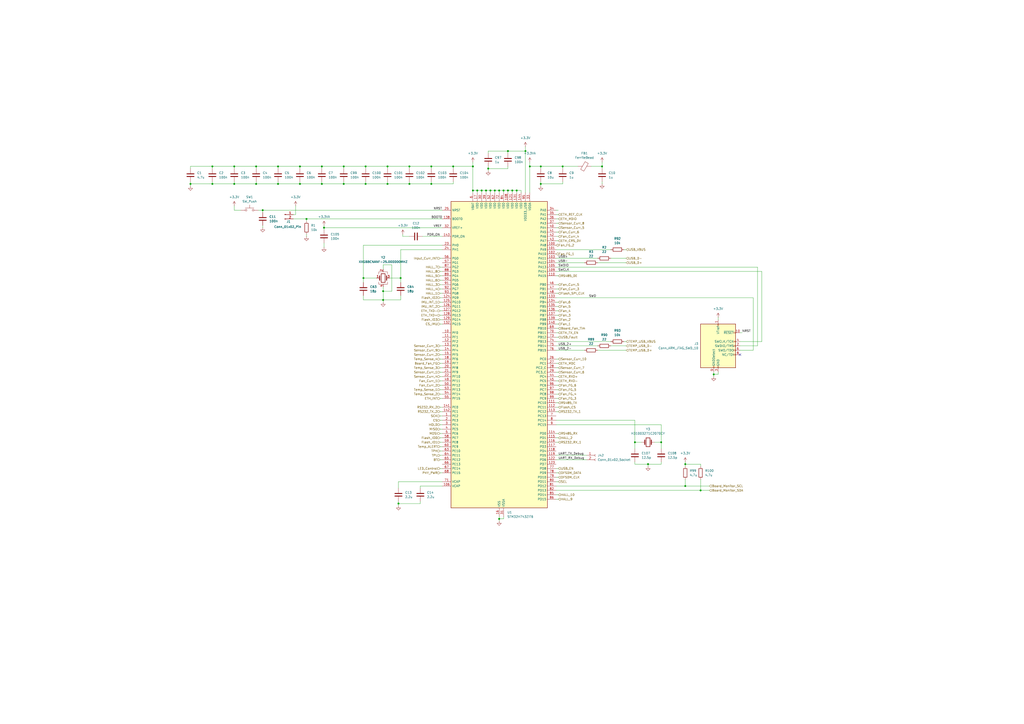
<source format=kicad_sch>
(kicad_sch (version 20250114) (generator "eeschema") (generator_version "9.0")
  (paper "A2")
  (lib_symbols
    (symbol "Connector:Conn_01x02_Pin" (pin_names (offset 1.016) (hide yes))
      (property "Reference" "J" (at 0 2.54 0))
      (property "Value" "Conn_01x02_Pin" (at 0 -5.08 0))
      (symbol "Conn_01x02_Pin_1_1"
        (pin passive line (at 5.08 0 180) (length 3.81) (name "Pin_1") (number "1"))
        (pin passive line (at 5.08 -2.54 180) (length 3.81) (name "Pin_2") (number "2"))
      )
    )
    (symbol "Connector:Conn_01x02_Socket" (pin_names (offset 1.016) (hide yes))
      (property "Reference" "J" (at 0 2.54 0))
      (property "Value" "Conn_01x02_Socket" (at 0 -5.08 0))
      (symbol "Conn_01x02_Socket_1_1"
        (pin passive line (at -5.08 0 0) (length 3.81) (name "Pin_1") (number "1"))
        (pin passive line (at -5.08 -2.54 0) (length 3.81) (name "Pin_2") (number "2"))
      )
    )
    (symbol "Connector:Conn_ARM_JTAG_SWD_10" (pin_names (offset 1.016))
      (property "Reference" "J" (at -2.54 16.51 0))
      (property "Value" "Conn_ARM_JTAG_SWD_10" (at -2.54 13.97 0))
      (symbol "Conn_ARM_JTAG_SWD_10_1_1"
        (pin no_connect line (at -10.16 0 0) (length 2.54) (hide yes) (name "KEY") (number "7"))
        (pin passive line (at -2.54 -15.24 90) (length 2.54) (name "GNDDetect") (number "9"))
        (pin power_in line (at 0 15.24 270) (length 2.54) (name "VTref") (number "1"))
        (pin power_in line (at 0 -15.24 90) (length 2.54) (name "GND") (number "3"))
        (pin passive line (at 0 -15.24 90) (length 2.54) (hide yes) (name "GND") (number "5"))
        (pin open_collector line (at 12.7 7.62 180) (length 2.54) (name "~{RESET}") (number "10"))
        (pin output line (at 12.7 2.54 180) (length 2.54) (name "SWCLK/TCK") (number "4"))
        (pin bidirectional line (at 12.7 0 180) (length 2.54) (name "SWDIO/TMS") (number "2"))
        (pin input line (at 12.7 -2.54 180) (length 2.54) (name "SWO/TDO") (number "6"))
        (pin output line (at 12.7 -5.08 180) (length 2.54) (name "NC/TDI") (number "8"))
      )
    )
    (symbol "Device:C" (pin_numbers (hide yes)) (pin_names (offset 0.254))
      (property "Reference" "C" (at 0.635 2.54 0))
      (property "Value" "C" (at 0.635 -2.54 0))
      (symbol "C_1_1"
        (pin passive line (at 0 3.81 270) (length 2.794) (name "~") (number "1"))
        (pin passive line (at 0 -3.81 90) (length 2.794) (name "~") (number "2"))
      )
    )
    (symbol "Device:Crystal" (pin_numbers (hide yes)) (pin_names (offset 1.016) (hide yes))
      (property "Reference" "Y" (at 0 3.81 0))
      (property "Value" "Crystal" (at 0 -3.81 0))
      (symbol "Crystal_1_1"
        (pin passive line (at -3.81 0 0) (length 1.27) (name "1") (number "1"))
        (pin passive line (at 3.81 0 180) (length 1.27) (name "2") (number "2"))
      )
    )
    (symbol "Device:Crystal_GND24" (pin_names (offset 1.016) (hide yes))
      (property "Reference" "Y" (at 3.175 5.08 0))
      (property "Value" "Crystal_GND24" (at 3.175 3.175 0))
      (symbol "Crystal_GND24_1_1"
        (pin passive line (at -3.81 0 0) (length 1.27) (name "1") (number "1"))
        (pin passive line (at 0 5.08 270) (length 1.27) (name "2") (number "2"))
        (pin passive line (at 0 -5.08 90) (length 1.27) (name "4") (number "4"))
        (pin passive line (at 3.81 0 180) (length 1.27) (name "3") (number "3"))
      )
    )
    (symbol "Device:FerriteBead" (pin_numbers (hide yes)) (pin_names (offset 0))
      (property "Reference" "FB" (at -3.81 0.635 90))
      (property "Value" "FerriteBead" (at 3.81 0 90))
      (symbol "FerriteBead_1_1"
        (pin passive line (at 0 3.81 270) (length 2.54) (name "~") (number "1"))
        (pin passive line (at 0 -3.81 90) (length 2.54) (name "~") (number "2"))
      )
    )
    (symbol "Device:R" (pin_numbers (hide yes)) (pin_names (offset 0))
      (property "Reference" "R" (at 2.032 0 90))
      (property "Value" "R" (at 0 0 90))
      (symbol "R_1_1"
        (pin passive line (at 0 3.81 270) (length 1.27) (name "~") (number "1"))
        (pin passive line (at 0 -3.81 90) (length 1.27) (name "~") (number "2"))
      )
    )
    (symbol "MCU_ST_STM32H7:STM32H743ZITx"
      (property "Reference" "U" (at -27.94 90.17 0))
      (property "Value" "STM32H743ZITx" (at 20.32 90.17 0))
      (symbol "STM32H743ZITx_1_1"
        (pin input line (at -33.02 83.82 0) (length 5.08) (name "NRST") (number "25"))
        (pin input line (at -33.02 78.74 0) (length 5.08) (name "BOOT0") (number "138"))
        (pin input line (at -33.02 73.66 0) (length 5.08) (name "VREF+") (number "32"))
        (pin input line (at -33.02 68.58 0) (length 5.08) (name "PDR_ON") (number "143"))
        (pin bidirectional line (at -33.02 63.5 0) (length 5.08) (name "PH0") (number "23"))
        (pin bidirectional line (at -33.02 60.96 0) (length 5.08) (name "PH1") (number "24"))
        (pin bidirectional line (at -33.02 55.88 0) (length 5.08) (name "PG0") (number "56"))
        (pin bidirectional line (at -33.02 53.34 0) (length 5.08) (name "PG1") (number "57"))
        (pin bidirectional line (at -33.02 50.8 0) (length 5.08) (name "PG2") (number "87"))
        (pin bidirectional line (at -33.02 48.26 0) (length 5.08) (name "PG3") (number "88"))
        (pin bidirectional line (at -33.02 45.72 0) (length 5.08) (name "PG4") (number "89"))
        (pin bidirectional line (at -33.02 43.18 0) (length 5.08) (name "PG5") (number "90"))
        (pin bidirectional line (at -33.02 40.64 0) (length 5.08) (name "PG6") (number "91"))
        (pin bidirectional line (at -33.02 38.1 0) (length 5.08) (name "PG7") (number "92"))
        (pin bidirectional line (at -33.02 35.56 0) (length 5.08) (name "PG8") (number "93"))
        (pin bidirectional line (at -33.02 33.02 0) (length 5.08) (name "PG9") (number "124"))
        (pin bidirectional line (at -33.02 30.48 0) (length 5.08) (name "PG10") (number "125"))
        (pin bidirectional line (at -33.02 27.94 0) (length 5.08) (name "PG11") (number "126"))
        (pin bidirectional line (at -33.02 25.4 0) (length 5.08) (name "PG12") (number "127"))
        (pin bidirectional line (at -33.02 22.86 0) (length 5.08) (name "PG13") (number "128"))
        (pin bidirectional line (at -33.02 20.32 0) (length 5.08) (name "PG14") (number "129"))
        (pin bidirectional line (at -33.02 17.78 0) (length 5.08) (name "PG15") (number "132"))
        (pin bidirectional line (at -33.02 12.7 0) (length 5.08) (name "PF0") (number "10"))
        (pin bidirectional line (at -33.02 10.16 0) (length 5.08) (name "PF1") (number "11"))
        (pin bidirectional line (at -33.02 7.62 0) (length 5.08) (name "PF2") (number "12"))
        (pin bidirectional line (at -33.02 5.08 0) (length 5.08) (name "PF3") (number "13"))
        (pin bidirectional line (at -33.02 2.54 0) (length 5.08) (name "PF4") (number "14"))
        (pin bidirectional line (at -33.02 0 0) (length 5.08) (name "PF5") (number "15"))
        (pin bidirectional line (at -33.02 -2.54 0) (length 5.08) (name "PF6") (number "18"))
        (pin bidirectional line (at -33.02 -5.08 0) (length 5.08) (name "PF7") (number "19"))
        (pin bidirectional line (at -33.02 -7.62 0) (length 5.08) (name "PF8") (number "20"))
        (pin bidirectional line (at -33.02 -10.16 0) (length 5.08) (name "PF9") (number "21"))
        (pin bidirectional line (at -33.02 -12.7 0) (length 5.08) (name "PF10") (number "22"))
        (pin bidirectional line (at -33.02 -15.24 0) (length 5.08) (name "PF11") (number "49"))
        (pin bidirectional line (at -33.02 -17.78 0) (length 5.08) (name "PF12") (number "50"))
        (pin bidirectional line (at -33.02 -20.32 0) (length 5.08) (name "PF13") (number "53"))
        (pin bidirectional line (at -33.02 -22.86 0) (length 5.08) (name "PF14") (number "54"))
        (pin bidirectional line (at -33.02 -25.4 0) (length 5.08) (name "PF15") (number "55"))
        (pin bidirectional line (at -33.02 -30.48 0) (length 5.08) (name "PE0") (number "141"))
        (pin bidirectional line (at -33.02 -33.02 0) (length 5.08) (name "PE1") (number "142"))
        (pin bidirectional line (at -33.02 -35.56 0) (length 5.08) (name "PE2") (number "1"))
        (pin bidirectional line (at -33.02 -38.1 0) (length 5.08) (name "PE3") (number "2"))
        (pin bidirectional line (at -33.02 -40.64 0) (length 5.08) (name "PE4") (number "3"))
        (pin bidirectional line (at -33.02 -43.18 0) (length 5.08) (name "PE5") (number "4"))
        (pin bidirectional line (at -33.02 -45.72 0) (length 5.08) (name "PE6") (number "5"))
        (pin bidirectional line (at -33.02 -48.26 0) (length 5.08) (name "PE7") (number "58"))
        (pin bidirectional line (at -33.02 -50.8 0) (length 5.08) (name "PE8") (number "59"))
        (pin bidirectional line (at -33.02 -53.34 0) (length 5.08) (name "PE9") (number "60"))
        (pin bidirectional line (at -33.02 -55.88 0) (length 5.08) (name "PE10") (number "63"))
        (pin bidirectional line (at -33.02 -58.42 0) (length 5.08) (name "PE11") (number "64"))
        (pin bidirectional line (at -33.02 -60.96 0) (length 5.08) (name "PE12") (number "65"))
        (pin bidirectional line (at -33.02 -63.5 0) (length 5.08) (name "PE13") (number "66"))
        (pin bidirectional line (at -33.02 -66.04 0) (length 5.08) (name "PE14") (number "67"))
        (pin bidirectional line (at -33.02 -68.58 0) (length 5.08) (name "PE15") (number "68"))
        (pin power_out line (at -33.02 -73.66 0) (length 5.08) (name "VCAP") (number "71"))
        (pin power_out line (at -33.02 -76.2 0) (length 5.08) (name "VCAP") (number "106"))
        (pin power_in line (at -15.24 93.98 270) (length 5.08) (name "VBAT") (number "6"))
        (pin power_in line (at -12.7 93.98 270) (length 5.08) (name "VDD") (number "17"))
        (pin power_in line (at -10.16 93.98 270) (length 5.08) (name "VDD") (number "30"))
        (pin power_in line (at -7.62 93.98 270) (length 5.08) (name "VDD") (number "39"))
        (pin power_in line (at -5.08 93.98 270) (length 5.08) (name "VDD") (number "52"))
        (pin power_in line (at -2.54 93.98 270) (length 5.08) (name "VDD") (number "62"))
        (pin power_in line (at 0 93.98 270) (length 5.08) (name "VDD") (number "72"))
        (pin passive line (at 0 -93.98 90) (length 5.08) (hide yes) (name "VSS") (number "107"))
        (pin passive line (at 0 -93.98 90) (length 5.08) (hide yes) (name "VSS") (number "120"))
        (pin passive line (at 0 -93.98 90) (length 5.08) (hide yes) (name "VSS") (number "130"))
        (pin power_in line (at 0 -93.98 90) (length 5.08) (name "VSS") (number "16"))
        (pin passive line (at 0 -93.98 90) (length 5.08) (hide yes) (name "VSS") (number "38"))
        (pin passive line (at 0 -93.98 90) (length 5.08) (hide yes) (name "VSS") (number "51"))
        (pin passive line (at 0 -93.98 90) (length 5.08) (hide yes) (name "VSS") (number "61"))
        (pin passive line (at 0 -93.98 90) (length 5.08) (hide yes) (name "VSS") (number "83"))
        (pin passive line (at 0 -93.98 90) (length 5.08) (hide yes) (name "VSS") (number "94"))
        (pin power_in line (at 2.54 93.98 270) (length 5.08) (name "VDD") (number "84"))
        (pin power_in line (at 2.54 -93.98 90) (length 5.08) (name "VSSA") (number "31"))
        (pin power_in line (at 5.08 93.98 270) (length 5.08) (name "VDD") (number "108"))
        (pin power_in line (at 7.62 93.98 270) (length 5.08) (name "VDD") (number "121"))
        (pin power_in line (at 10.16 93.98 270) (length 5.08) (name "VDD") (number "131"))
        (pin power_in line (at 12.7 93.98 270) (length 5.08) (name "VDD") (number "144"))
        (pin power_in line (at 15.24 93.98 270) (length 5.08) (name "VDD33_USB") (number "95"))
        (pin power_in line (at 17.78 93.98 270) (length 5.08) (name "VDDA") (number "33"))
        (pin bidirectional line (at 33.02 83.82 180) (length 5.08) (name "PA0") (number "34"))
        (pin bidirectional line (at 33.02 81.28 180) (length 5.08) (name "PA1") (number "35"))
        (pin bidirectional line (at 33.02 78.74 180) (length 5.08) (name "PA2") (number "36"))
        (pin bidirectional line (at 33.02 76.2 180) (length 5.08) (name "PA3") (number "37"))
        (pin bidirectional line (at 33.02 73.66 180) (length 5.08) (name "PA4") (number "40"))
        (pin bidirectional line (at 33.02 71.12 180) (length 5.08) (name "PA5") (number "41"))
        (pin bidirectional line (at 33.02 68.58 180) (length 5.08) (name "PA6") (number "42"))
        (pin bidirectional line (at 33.02 66.04 180) (length 5.08) (name "PA7") (number "43"))
        (pin bidirectional line (at 33.02 63.5 180) (length 5.08) (name "PA8") (number "100"))
        (pin bidirectional line (at 33.02 60.96 180) (length 5.08) (name "PA9") (number "101"))
        (pin bidirectional line (at 33.02 58.42 180) (length 5.08) (name "PA10") (number "102"))
        (pin bidirectional line (at 33.02 55.88 180) (length 5.08) (name "PA11") (number "103"))
        (pin bidirectional line (at 33.02 53.34 180) (length 5.08) (name "PA12") (number "104"))
        (pin bidirectional line (at 33.02 50.8 180) (length 5.08) (name "PA13") (number "105"))
        (pin bidirectional line (at 33.02 48.26 180) (length 5.08) (name "PA14") (number "109"))
        (pin bidirectional line (at 33.02 45.72 180) (length 5.08) (name "PA15") (number "110"))
        (pin bidirectional line (at 33.02 40.64 180) (length 5.08) (name "PB0") (number "46"))
        (pin bidirectional line (at 33.02 38.1 180) (length 5.08) (name "PB1") (number "47"))
        (pin bidirectional line (at 33.02 35.56 180) (length 5.08) (name "PB2") (number "48"))
        (pin bidirectional line (at 33.02 33.02 180) (length 5.08) (name "PB3") (number "133"))
        (pin bidirectional line (at 33.02 30.48 180) (length 5.08) (name "PB4") (number "134"))
        (pin bidirectional line (at 33.02 27.94 180) (length 5.08) (name "PB5") (number "135"))
        (pin bidirectional line (at 33.02 25.4 180) (length 5.08) (name "PB6") (number "136"))
        (pin bidirectional line (at 33.02 22.86 180) (length 5.08) (name "PB7") (number "137"))
        (pin bidirectional line (at 33.02 20.32 180) (length 5.08) (name "PB8") (number "139"))
        (pin bidirectional line (at 33.02 17.78 180) (length 5.08) (name "PB9") (number "140"))
        (pin bidirectional line (at 33.02 15.24 180) (length 5.08) (name "PB10") (number "69"))
        (pin bidirectional line (at 33.02 12.7 180) (length 5.08) (name "PB11") (number "70"))
        (pin bidirectional line (at 33.02 10.16 180) (length 5.08) (name "PB12") (number "73"))
        (pin bidirectional line (at 33.02 7.62 180) (length 5.08) (name "PB13") (number "74"))
        (pin bidirectional line (at 33.02 5.08 180) (length 5.08) (name "PB14") (number "75"))
        (pin bidirectional line (at 33.02 2.54 180) (length 5.08) (name "PB15") (number "76"))
        (pin bidirectional line (at 33.02 -2.54 180) (length 5.08) (name "PC0") (number "26"))
        (pin bidirectional line (at 33.02 -5.08 180) (length 5.08) (name "PC1") (number "27"))
        (pin bidirectional line (at 33.02 -7.62 180) (length 5.08) (name "PC2_C") (number "28"))
        (pin bidirectional line (at 33.02 -10.16 180) (length 5.08) (name "PC3_C") (number "29"))
        (pin bidirectional line (at 33.02 -12.7 180) (length 5.08) (name "PC4") (number "44"))
        (pin bidirectional line (at 33.02 -15.24 180) (length 5.08) (name "PC5") (number "45"))
        (pin bidirectional line (at 33.02 -17.78 180) (length 5.08) (name "PC6") (number "96"))
        (pin bidirectional line (at 33.02 -20.32 180) (length 5.08) (name "PC7") (number "97"))
        (pin bidirectional line (at 33.02 -22.86 180) (length 5.08) (name "PC8") (number "98"))
        (pin bidirectional line (at 33.02 -25.4 180) (length 5.08) (name "PC9") (number "99"))
        (pin bidirectional line (at 33.02 -27.94 180) (length 5.08) (name "PC10") (number "111"))
        (pin bidirectional line (at 33.02 -30.48 180) (length 5.08) (name "PC11") (number "112"))
        (pin bidirectional line (at 33.02 -33.02 180) (length 5.08) (name "PC12") (number "113"))
        (pin bidirectional line (at 33.02 -35.56 180) (length 5.08) (name "PC13") (number "7"))
        (pin bidirectional line (at 33.02 -38.1 180) (length 5.08) (name "PC14") (number "8"))
        (pin bidirectional line (at 33.02 -40.64 180) (length 5.08) (name "PC15") (number "9"))
        (pin bidirectional line (at 33.02 -45.72 180) (length 5.08) (name "PD0") (number "114"))
        (pin bidirectional line (at 33.02 -48.26 180) (length 5.08) (name "PD1") (number "115"))
        (pin bidirectional line (at 33.02 -50.8 180) (length 5.08) (name "PD2") (number "116"))
        (pin bidirectional line (at 33.02 -53.34 180) (length 5.08) (name "PD3") (number "117"))
        (pin bidirectional line (at 33.02 -55.88 180) (length 5.08) (name "PD4") (number "118"))
        (pin bidirectional line (at 33.02 -58.42 180) (length 5.08) (name "PD5") (number "119"))
        (pin bidirectional line (at 33.02 -60.96 180) (length 5.08) (name "PD6") (number "122"))
        (pin bidirectional line (at 33.02 -63.5 180) (length 5.08) (name "PD7") (number "123"))
        (pin bidirectional line (at 33.02 -66.04 180) (length 5.08) (name "PD8") (number "77"))
        (pin bidirectional line (at 33.02 -68.58 180) (length 5.08) (name "PD9") (number "78"))
        (pin bidirectional line (at 33.02 -71.12 180) (length 5.08) (name "PD10") (number "79"))
        (pin bidirectional line (at 33.02 -73.66 180) (length 5.08) (name "PD11") (number "80"))
        (pin bidirectional line (at 33.02 -76.2 180) (length 5.08) (name "PD12") (number "81"))
        (pin bidirectional line (at 33.02 -78.74 180) (length 5.08) (name "PD13") (number "82"))
        (pin bidirectional line (at 33.02 -81.28 180) (length 5.08) (name "PD14") (number "85"))
        (pin bidirectional line (at 33.02 -83.82 180) (length 5.08) (name "PD15") (number "86"))
      )
    )
    (symbol "Switch:SW_Push" (pin_numbers (hide yes)) (pin_names (offset 1.016) (hide yes))
      (property "Reference" "SW" (at 1.27 2.54 0))
      (property "Value" "SW_Push" (at 0 -1.524 0))
      (symbol "SW_Push_0_1"
        (pin passive line (at -5.08 0 0) (length 2.54) (name "1") (number "1"))
        (pin passive line (at 5.08 0 180) (length 2.54) (name "2") (number "2"))
      )
    )
    (symbol "power:+3.3V" (power) (pin_numbers (hide yes)) (pin_names (offset 0) (hide yes))
      (property "Value" "+3.3V" (at 0 3.556 0))
      (symbol "+3.3V_1_1"
        (pin power_in line (at 0 0 90) (length 0) (name "~") (number "1"))
      )
    )
    (symbol "power:GND" (power) (pin_numbers (hide yes)) (pin_names (offset 0) (hide yes))
      (property "Value" "GND" (at 0 -3.81 0))
      (symbol "GND_1_1"
        (pin power_in line (at 0 0 270) (length 0) (name "~") (number "1"))
      )
    )
  )
  (junction (at 281.94 110.49))
  (junction (at 397.51 269.24))
  (junction (at 123.19 106.68))
  (junction (at 110.49 106.68))
  (junction (at 279.4 110.49))
  (junction (at 177.8 127))
  (junction (at 199.39 106.68))
  (junction (at 186.69 106.68))
  (junction (at 222.25 168.91))
  (junction (at 406.4 284.48))
  (junction (at 299.72 110.49))
  (junction (at 304.8 87.63))
  (junction (at 187.96 132.08))
  (junction (at 349.25 96.52))
  (junction (at 262.89 96.52))
  (junction (at 283.21 97.79))
  (junction (at 173.99 96.52))
  (junction (at 274.32 96.52))
  (junction (at 212.09 106.68))
  (junction (at 212.09 96.52))
  (junction (at 210.82 161.29))
  (junction (at 292.1 110.49))
  (junction (at 224.79 106.68))
  (junction (at 231.14 292.1))
  (junction (at 313.69 96.52))
  (junction (at 173.99 106.68))
  (junction (at 250.19 106.68))
  (junction (at 294.64 110.49))
  (junction (at 250.19 96.52))
  (junction (at 135.89 106.68))
  (junction (at 284.48 110.49))
  (junction (at 397.51 281.94))
  (junction (at 307.34 96.52))
  (junction (at 148.59 96.52))
  (junction (at 274.32 110.49))
  (junction (at 287.02 110.49))
  (junction (at 161.29 106.68))
  (junction (at 222.25 173.99))
  (junction (at 294.64 87.63))
  (junction (at 199.39 96.52))
  (junction (at 237.49 96.52))
  (junction (at 297.18 110.49))
  (junction (at 326.39 96.52))
  (junction (at 289.56 300.99))
  (junction (at 135.89 96.52))
  (junction (at 186.69 96.52))
  (junction (at 414.02 217.17))
  (junction (at 313.69 106.68))
  (junction (at 232.41 161.29))
  (junction (at 161.29 96.52))
  (junction (at 123.19 96.52))
  (junction (at 289.56 110.49))
  (junction (at 375.92 269.24))
  (junction (at 224.79 96.52))
  (junction (at 148.59 106.68))
  (junction (at 237.49 106.68))
  (junction (at 383.54 256.54))
  (junction (at 276.86 110.49))
  (junction (at 368.3 256.54))
  (junction (at 152.4 121.92))
  (no_connect (at 429.26 205.74))
  (wire (pts (xy 161.29 106.68) (xy 148.59 106.68)))
  (wire (pts (xy 187.96 140.97) (xy 187.96 143.51)))
  (wire (pts (xy 284.48 110.49) (xy 281.94 110.49)))
  (wire (pts (xy 222.25 168.91) (xy 222.25 166.37)))
  (wire (pts (xy 322.58 134.62) (xy 323.85 134.62)))
  (wire (pts (xy 313.69 96.52) (xy 326.39 96.52)))
  (wire (pts (xy 297.18 110.49) (xy 299.72 110.49)))
  (wire (pts (xy 173.99 96.52) (xy 186.69 96.52)))
  (wire (pts (xy 255.27 228.6) (xy 256.54 228.6)))
  (wire (pts (xy 250.19 105.41) (xy 250.19 106.68)))
  (wire (pts (xy 186.69 105.41) (xy 186.69 106.68)))
  (wire (pts (xy 323.85 160.02) (xy 322.58 160.02)))
  (wire (pts (xy 322.58 274.32) (xy 323.85 274.32)))
  (wire (pts (xy 397.51 269.24) (xy 397.51 270.51)))
  (wire (pts (xy 170.18 127) (xy 177.8 127)))
  (wire (pts (xy 262.89 96.52) (xy 262.89 97.79)))
  (wire (pts (xy 173.99 106.68) (xy 161.29 106.68)))
  (wire (pts (xy 199.39 96.52) (xy 212.09 96.52)))
  (wire (pts (xy 243.84 281.94) (xy 243.84 283.21)))
  (wire (pts (xy 322.58 210.82) (xy 323.85 210.82)))
  (wire (pts (xy 294.64 110.49) (xy 294.64 111.76)))
  (wire (pts (xy 255.27 154.94) (xy 256.54 154.94)))
  (wire (pts (xy 429.26 203.2) (xy 436.88 203.2)))
  (wire (pts (xy 173.99 96.52) (xy 173.99 97.79)))
  (wire (pts (xy 340.36 266.7) (xy 322.58 266.7)))
  (wire (pts (xy 287.02 110.49) (xy 284.48 110.49)))
  (wire (pts (xy 375.92 269.24) (xy 375.92 270.51)))
  (wire (pts (xy 342.9 96.52) (xy 349.25 96.52)))
  (wire (pts (xy 255.27 185.42) (xy 256.54 185.42)))
  (wire (pts (xy 171.45 119.38) (xy 171.45 124.46)))
  (wire (pts (xy 135.89 121.92) (xy 139.7 121.92)))
  (wire (pts (xy 299.72 110.49) (xy 299.72 111.76)))
  (wire (pts (xy 276.86 110.49) (xy 274.32 110.49)))
  (wire (pts (xy 322.58 254) (xy 323.85 254)))
  (wire (pts (xy 186.69 96.52) (xy 186.69 97.79)))
  (wire (pts (xy 322.58 256.54) (xy 323.85 256.54)))
  (wire (pts (xy 123.19 106.68) (xy 110.49 106.68)))
  (wire (pts (xy 222.25 173.99) (xy 232.41 173.99)))
  (wire (pts (xy 322.58 220.98) (xy 323.85 220.98)))
  (wire (pts (xy 322.58 203.2) (xy 339.09 203.2)))
  (wire (pts (xy 212.09 96.52) (xy 224.79 96.52)))
  (wire (pts (xy 416.56 215.9) (xy 416.56 217.17)))
  (wire (pts (xy 222.25 156.21) (xy 222.25 153.67)))
  (wire (pts (xy 255.27 238.76) (xy 256.54 238.76)))
  (wire (pts (xy 231.14 290.83) (xy 231.14 292.1)))
  (wire (pts (xy 292.1 110.49) (xy 292.1 111.76)))
  (wire (pts (xy 322.58 195.58) (xy 323.85 195.58)))
  (wire (pts (xy 292.1 299.72) (xy 292.1 300.99)))
  (wire (pts (xy 224.79 106.68) (xy 212.09 106.68)))
  (wire (pts (xy 152.4 130.81) (xy 152.4 132.08)))
  (wire (pts (xy 148.59 106.68) (xy 135.89 106.68)))
  (wire (pts (xy 152.4 121.92) (xy 256.54 121.92)))
  (wire (pts (xy 322.58 279.4) (xy 323.85 279.4)))
  (wire (pts (xy 123.19 105.41) (xy 123.19 106.68)))
  (wire (pts (xy 323.85 233.68) (xy 322.58 233.68)))
  (wire (pts (xy 255.27 218.44) (xy 256.54 218.44)))
  (wire (pts (xy 255.27 220.98) (xy 256.54 220.98)))
  (wire (pts (xy 148.59 105.41) (xy 148.59 106.68)))
  (wire (pts (xy 255.27 177.8) (xy 256.54 177.8)))
  (wire (pts (xy 292.1 110.49) (xy 294.64 110.49)))
  (wire (pts (xy 255.27 226.06) (xy 256.54 226.06)))
  (wire (pts (xy 375.92 269.24) (xy 383.54 269.24)))
  (wire (pts (xy 255.27 251.46) (xy 256.54 251.46)))
  (wire (pts (xy 361.95 144.78) (xy 363.22 144.78)))
  (wire (pts (xy 322.58 167.64) (xy 323.85 167.64)))
  (wire (pts (xy 255.27 213.36) (xy 256.54 213.36)))
  (wire (pts (xy 439.42 154.94) (xy 322.58 154.94)))
  (wire (pts (xy 368.3 243.84) (xy 368.3 256.54)))
  (wire (pts (xy 326.39 105.41) (xy 326.39 106.68)))
  (wire (pts (xy 199.39 105.41) (xy 199.39 106.68)))
  (wire (pts (xy 429.26 193.04) (xy 430.53 193.04)))
  (wire (pts (xy 224.79 96.52) (xy 224.79 97.79)))
  (wire (pts (xy 123.19 96.52) (xy 123.19 97.79)))
  (wire (pts (xy 186.69 96.52) (xy 199.39 96.52)))
  (wire (pts (xy 110.49 96.52) (xy 123.19 96.52)))
  (wire (pts (xy 294.64 87.63) (xy 304.8 87.63)))
  (wire (pts (xy 322.58 284.48) (xy 406.4 284.48)))
  (wire (pts (xy 237.49 105.41) (xy 237.49 106.68)))
  (wire (pts (xy 123.19 96.52) (xy 135.89 96.52)))
  (wire (pts (xy 250.19 106.68) (xy 237.49 106.68)))
  (wire (pts (xy 245.11 137.16) (xy 256.54 137.16)))
  (wire (pts (xy 212.09 106.68) (xy 199.39 106.68)))
  (wire (pts (xy 255.27 210.82) (xy 256.54 210.82)))
  (wire (pts (xy 161.29 96.52) (xy 173.99 96.52)))
  (wire (pts (xy 276.86 110.49) (xy 276.86 111.76)))
  (wire (pts (xy 322.58 251.46) (xy 323.85 251.46)))
  (wire (pts (xy 383.54 267.97) (xy 383.54 269.24)))
  (wire (pts (xy 281.94 110.49) (xy 281.94 111.76)))
  (wire (pts (xy 322.58 246.38) (xy 383.54 246.38)))
  (wire (pts (xy 255.27 241.3) (xy 256.54 241.3)))
  (wire (pts (xy 322.58 124.46) (xy 323.85 124.46)))
  (wire (pts (xy 322.58 238.76) (xy 323.85 238.76)))
  (wire (pts (xy 274.32 110.49) (xy 274.32 111.76)))
  (wire (pts (xy 326.39 106.68) (xy 313.69 106.68)))
  (wire (pts (xy 212.09 96.52) (xy 212.09 97.79)))
  (wire (pts (xy 274.32 96.52) (xy 274.32 110.49)))
  (wire (pts (xy 250.19 96.52) (xy 262.89 96.52)))
  (wire (pts (xy 255.27 162.56) (xy 256.54 162.56)))
  (wire (pts (xy 255.27 271.78) (xy 256.54 271.78)))
  (wire (pts (xy 383.54 246.38) (xy 383.54 256.54)))
  (wire (pts (xy 187.96 132.08) (xy 187.96 133.35)))
  (wire (pts (xy 368.3 256.54) (xy 368.3 260.35)))
  (wire (pts (xy 255.27 208.28) (xy 256.54 208.28)))
  (wire (pts (xy 171.45 124.46) (xy 170.18 124.46)))
  (wire (pts (xy 323.85 236.22) (xy 322.58 236.22)))
  (wire (pts (xy 222.25 153.67) (xy 227.33 153.67)))
  (wire (pts (xy 227.33 153.67) (xy 227.33 168.91)))
  (wire (pts (xy 349.25 97.79) (xy 349.25 96.52)))
  (wire (pts (xy 322.58 289.56) (xy 323.85 289.56)))
  (wire (pts (xy 210.82 142.24) (xy 256.54 142.24)))
  (wire (pts (xy 135.89 119.38) (xy 135.89 121.92)))
  (wire (pts (xy 406.4 284.48) (xy 411.48 284.48)))
  (wire (pts (xy 283.21 96.52) (xy 283.21 97.79)))
  (wire (pts (xy 283.21 87.63) (xy 294.64 87.63)))
  (wire (pts (xy 323.85 185.42) (xy 322.58 185.42)))
  (wire (pts (xy 436.88 203.2) (xy 436.88 172.72)))
  (wire (pts (xy 255.27 243.84) (xy 256.54 243.84)))
  (wire (pts (xy 289.56 300.99) (xy 289.56 302.26)))
  (wire (pts (xy 135.89 105.41) (xy 135.89 106.68)))
  (wire (pts (xy 406.4 270.51) (xy 406.4 269.24)))
  (wire (pts (xy 232.41 163.83) (xy 232.41 161.29)))
  (wire (pts (xy 237.49 106.68) (xy 224.79 106.68)))
  (wire (pts (xy 323.85 231.14) (xy 322.58 231.14)))
  (wire (pts (xy 279.4 110.49) (xy 276.86 110.49)))
  (wire (pts (xy 289.56 110.49) (xy 292.1 110.49)))
  (wire (pts (xy 322.58 213.36) (xy 323.85 213.36)))
  (wire (pts (xy 255.27 248.92) (xy 256.54 248.92)))
  (wire (pts (xy 397.51 269.24) (xy 406.4 269.24)))
  (wire (pts (xy 289.56 299.72) (xy 289.56 300.99)))
  (wire (pts (xy 354.33 200.66) (xy 363.22 200.66)))
  (wire (pts (xy 255.27 264.16) (xy 256.54 264.16)))
  (wire (pts (xy 222.25 168.91) (xy 222.25 173.99)))
  (wire (pts (xy 299.72 110.49) (xy 302.26 110.49)))
  (wire (pts (xy 255.27 180.34) (xy 256.54 180.34)))
  (wire (pts (xy 232.41 161.29) (xy 226.06 161.29)))
  (wire (pts (xy 152.4 121.92) (xy 152.4 123.19)))
  (wire (pts (xy 255.27 223.52) (xy 256.54 223.52)))
  (wire (pts (xy 210.82 171.45) (xy 210.82 173.99)))
  (wire (pts (xy 224.79 96.52) (xy 237.49 96.52)))
  (wire (pts (xy 210.82 163.83) (xy 210.82 161.29)))
  (wire (pts (xy 173.99 105.41) (xy 173.99 106.68)))
  (wire (pts (xy 231.14 292.1) (xy 231.14 293.37)))
  (wire (pts (xy 279.4 110.49) (xy 279.4 111.76)))
  (wire (pts (xy 289.56 300.99) (xy 292.1 300.99)))
  (wire (pts (xy 210.82 142.24) (xy 210.82 161.29)))
  (wire (pts (xy 255.27 200.66) (xy 256.54 200.66)))
  (wire (pts (xy 110.49 105.41) (xy 110.49 106.68)))
  (wire (pts (xy 322.58 243.84) (xy 368.3 243.84)))
  (wire (pts (xy 274.32 93.98) (xy 274.32 96.52)))
  (wire (pts (xy 323.85 182.88) (xy 322.58 182.88)))
  (wire (pts (xy 237.49 137.16) (xy 233.68 137.16)))
  (wire (pts (xy 227.33 168.91) (xy 222.25 168.91)))
  (wire (pts (xy 313.69 97.79) (xy 313.69 96.52)))
  (wire (pts (xy 283.21 97.79) (xy 283.21 99.06)))
  (wire (pts (xy 361.95 198.12) (xy 363.22 198.12)))
  (wire (pts (xy 256.54 281.94) (xy 243.84 281.94)))
  (wire (pts (xy 161.29 96.52) (xy 161.29 97.79)))
  (wire (pts (xy 262.89 106.68) (xy 250.19 106.68)))
  (wire (pts (xy 255.27 160.02) (xy 256.54 160.02)))
  (wire (pts (xy 340.36 264.16) (xy 322.58 264.16)))
  (wire (pts (xy 354.33 149.86) (xy 363.22 149.86)))
  (wire (pts (xy 322.58 139.7) (xy 323.85 139.7)))
  (wire (pts (xy 255.27 175.26) (xy 256.54 175.26)))
  (wire (pts (xy 322.58 193.04) (xy 323.85 193.04)))
  (wire (pts (xy 224.79 105.41) (xy 224.79 106.68)))
  (wire (pts (xy 212.09 105.41) (xy 212.09 106.68)))
  (wire (pts (xy 368.3 256.54) (xy 372.11 256.54)))
  (wire (pts (xy 349.25 93.98) (xy 349.25 96.52)))
  (wire (pts (xy 177.8 127) (xy 177.8 128.27)))
  (wire (pts (xy 110.49 106.68) (xy 110.49 107.95)))
  (wire (pts (xy 375.92 269.24) (xy 368.3 269.24)))
  (wire (pts (xy 149.86 121.92) (xy 152.4 121.92)))
  (wire (pts (xy 323.85 175.26) (xy 322.58 175.26)))
  (wire (pts (xy 297.18 110.49) (xy 297.18 111.76)))
  (wire (pts (xy 322.58 170.18) (xy 323.85 170.18)))
  (wire (pts (xy 322.58 129.54) (xy 323.85 129.54)))
  (wire (pts (xy 414.02 217.17) (xy 416.56 217.17)))
  (wire (pts (xy 210.82 173.99) (xy 222.25 173.99)))
  (wire (pts (xy 199.39 96.52) (xy 199.39 97.79)))
  (wire (pts (xy 283.21 88.9) (xy 283.21 87.63)))
  (wire (pts (xy 383.54 256.54) (xy 383.54 260.35)))
  (wire (pts (xy 255.27 187.96) (xy 256.54 187.96)))
  (wire (pts (xy 237.49 96.52) (xy 250.19 96.52)))
  (wire (pts (xy 346.71 203.2) (xy 363.22 203.2)))
  (wire (pts (xy 304.8 87.63) (xy 304.8 111.76)))
  (wire (pts (xy 346.71 152.4) (xy 363.22 152.4)))
  (wire (pts (xy 322.58 198.12) (xy 354.33 198.12)))
  (wire (pts (xy 302.26 111.76) (xy 302.26 110.49)))
  (wire (pts (xy 210.82 161.29) (xy 218.44 161.29)))
  (wire (pts (xy 187.96 130.81) (xy 187.96 132.08)))
  (wire (pts (xy 322.58 208.28) (xy 323.85 208.28)))
  (wire (pts (xy 289.56 110.49) (xy 289.56 111.76)))
  (wire (pts (xy 255.27 246.38) (xy 256.54 246.38)))
  (wire (pts (xy 294.64 110.49) (xy 297.18 110.49)))
  (wire (pts (xy 322.58 276.86) (xy 323.85 276.86)))
  (wire (pts (xy 255.27 182.88) (xy 256.54 182.88)))
  (wire (pts (xy 110.49 97.79) (xy 110.49 96.52)))
  (wire (pts (xy 322.58 228.6) (xy 323.85 228.6)))
  (wire (pts (xy 135.89 96.52) (xy 148.59 96.52)))
  (wire (pts (xy 255.27 165.1) (xy 256.54 165.1)))
  (wire (pts (xy 307.34 96.52) (xy 313.69 96.52)))
  (wire (pts (xy 322.58 149.86) (xy 346.71 149.86)))
  (wire (pts (xy 255.27 259.08) (xy 256.54 259.08)))
  (wire (pts (xy 232.41 171.45) (xy 232.41 173.99)))
  (wire (pts (xy 256.54 279.4) (xy 231.14 279.4)))
  (wire (pts (xy 199.39 106.68) (xy 186.69 106.68)))
  (wire (pts (xy 255.27 170.18) (xy 256.54 170.18)))
  (wire (pts (xy 148.59 96.52) (xy 148.59 97.79)))
  (wire (pts (xy 287.02 111.76) (xy 287.02 110.49)))
  (wire (pts (xy 322.58 215.9) (xy 323.85 215.9)))
  (wire (pts (xy 255.27 167.64) (xy 256.54 167.64)))
  (wire (pts (xy 322.58 172.72) (xy 436.88 172.72)))
  (wire (pts (xy 283.21 97.79) (xy 294.64 97.79)))
  (wire (pts (xy 414.02 217.17) (xy 414.02 218.44)))
  (wire (pts (xy 397.51 281.94) (xy 411.48 281.94)))
  (wire (pts (xy 322.58 271.78) (xy 323.85 271.78)))
  (wire (pts (xy 262.89 96.52) (xy 274.32 96.52)))
  (wire (pts (xy 255.27 236.22) (xy 256.54 236.22)))
  (wire (pts (xy 255.27 203.2) (xy 256.54 203.2)))
  (wire (pts (xy 255.27 256.54) (xy 256.54 256.54)))
  (wire (pts (xy 222.25 173.99) (xy 222.25 175.26)))
  (wire (pts (xy 322.58 165.1) (xy 323.85 165.1)))
  (wire (pts (xy 429.26 200.66) (xy 439.42 200.66)))
  (wire (pts (xy 255.27 172.72) (xy 256.54 172.72)))
  (wire (pts (xy 187.96 132.08) (xy 256.54 132.08)))
  (wire (pts (xy 429.26 198.12) (xy 441.96 198.12)))
  (wire (pts (xy 323.85 177.8) (xy 322.58 177.8)))
  (wire (pts (xy 287.02 110.49) (xy 289.56 110.49)))
  (wire (pts (xy 232.41 144.78) (xy 232.41 161.29)))
  (wire (pts (xy 322.58 127) (xy 323.85 127)))
  (wire (pts (xy 233.68 137.16) (xy 233.68 135.89)))
  (wire (pts (xy 148.59 96.52) (xy 161.29 96.52)))
  (wire (pts (xy 294.64 96.52) (xy 294.64 97.79)))
  (wire (pts (xy 322.58 223.52) (xy 323.85 223.52)))
  (wire (pts (xy 349.25 105.41) (xy 349.25 106.68)))
  (wire (pts (xy 255.27 231.14) (xy 256.54 231.14)))
  (wire (pts (xy 255.27 261.62) (xy 256.54 261.62)))
  (wire (pts (xy 237.49 96.52) (xy 237.49 97.79)))
  (wire (pts (xy 255.27 205.74) (xy 256.54 205.74)))
  (wire (pts (xy 307.34 93.98) (xy 307.34 96.52)))
  (wire (pts (xy 322.58 137.16) (xy 323.85 137.16)))
  (wire (pts (xy 307.34 96.52) (xy 307.34 111.76)))
  (wire (pts (xy 313.69 106.68) (xy 313.69 105.41)))
  (wire (pts (xy 326.39 97.79) (xy 326.39 96.52)))
  (wire (pts (xy 326.39 96.52) (xy 335.28 96.52)))
  (wire (pts (xy 322.58 200.66) (xy 346.71 200.66)))
  (wire (pts (xy 323.85 187.96) (xy 322.58 187.96)))
  (wire (pts (xy 416.56 184.15) (xy 416.56 185.42)))
  (wire (pts (xy 439.42 200.66) (xy 439.42 154.94)))
  (wire (pts (xy 255.27 149.86) (xy 256.54 149.86)))
  (wire (pts (xy 250.19 96.52) (xy 250.19 97.79)))
  (wire (pts (xy 397.51 267.97) (xy 397.51 269.24)))
  (wire (pts (xy 368.3 269.24) (xy 368.3 267.97)))
  (wire (pts (xy 323.85 180.34) (xy 322.58 180.34)))
  (wire (pts (xy 383.54 256.54) (xy 379.73 256.54)))
  (wire (pts (xy 322.58 121.92) (xy 323.85 121.92)))
  (wire (pts (xy 243.84 290.83) (xy 243.84 292.1)))
  (wire (pts (xy 255.27 266.7) (xy 256.54 266.7)))
  (wire (pts (xy 255.27 157.48) (xy 256.54 157.48)))
  (wire (pts (xy 322.58 144.78) (xy 354.33 144.78)))
  (wire (pts (xy 161.29 105.41) (xy 161.29 106.68)))
  (wire (pts (xy 304.8 85.09) (xy 304.8 87.63)))
  (wire (pts (xy 322.58 190.5) (xy 323.85 190.5)))
  (wire (pts (xy 397.51 278.13) (xy 397.51 281.94)))
  (wire (pts (xy 322.58 226.06) (xy 323.85 226.06)))
  (wire (pts (xy 231.14 279.4) (xy 231.14 283.21)))
  (wire (pts (xy 441.96 157.48) (xy 322.58 157.48)))
  (wire (pts (xy 255.27 274.32) (xy 256.54 274.32)))
  (wire (pts (xy 281.94 110.49) (xy 279.4 110.49)))
  (wire (pts (xy 322.58 132.08) (xy 323.85 132.08)))
  (wire (pts (xy 284.48 110.49) (xy 284.48 111.76)))
  (wire (pts (xy 232.41 144.78) (xy 256.54 144.78)))
  (wire (pts (xy 322.58 152.4) (xy 339.09 152.4)))
  (wire (pts (xy 255.27 215.9) (xy 256.54 215.9)))
  (wire (pts (xy 414.02 215.9) (xy 414.02 217.17)))
  (wire (pts (xy 322.58 218.44) (xy 323.85 218.44)))
  (wire (pts (xy 177.8 127) (xy 256.54 127)))
  (wire (pts (xy 441.96 198.12) (xy 441.96 157.48)))
  (wire (pts (xy 294.64 87.63) (xy 294.64 88.9)))
  (wire (pts (xy 262.89 105.41) (xy 262.89 106.68)))
  (wire (pts (xy 186.69 106.68) (xy 173.99 106.68)))
  (wire (pts (xy 406.4 278.13) (xy 406.4 284.48)))
  (wire (pts (xy 231.14 292.1) (xy 243.84 292.1)))
  (wire (pts (xy 135.89 106.68) (xy 123.19 106.68)))
  (wire (pts (xy 177.8 135.89) (xy 177.8 137.16)))
  (wire (pts (xy 255.27 254) (xy 256.54 254)))
  (wire (pts (xy 313.69 106.68) (xy 313.69 107.95)))
  (wire (pts (xy 135.89 96.52) (xy 135.89 97.79)))
  (wire (pts (xy 322.58 287.02) (xy 323.85 287.02)))
  (wire (pts (xy 322.58 281.94) (xy 397.51 281.94)))
  (label "BOOT0" (at 250.19 127 0))
  (label "VREF" (at 251.46 132.08 0))
  (label "SWCLK" (at 323.85 157.48 0))
  (label "USB_2-" (at 323.85 203.2 0))
  (label "UART_TX_Debug" (at 323.85 264.16 0))
  (label "PDR_ON" (at 247.65 137.16 0))
  (label "USB_2+" (at 323.85 200.66 0))
  (label "NRST" (at 430.53 193.04 0))
  (label "USB-" (at 323.85 152.4 0))
  (label "USB+" (at 323.85 149.86 0))
  (label "UART_RX_Debug" (at 323.85 266.7 0))
  (label "NRST" (at 251.46 121.92 0))
  (label "SWO" (at 341.63 172.72 0))
  (label "SWDIO" (at 323.85 154.94 0))
  (hierarchical_label "TPH" (shape input) (at 255.27 261.62 180))
  (hierarchical_label "USB_D-" (shape input) (at 363.22 149.86 0))
  (hierarchical_label "Input_Curr_INT" (shape input) (at 255.27 149.86 180))
  (hierarchical_label "HALL_2" (shape input) (at 323.85 254 0))
  (hierarchical_label "Fan_Curr_4" (shape input) (at 323.85 137.16 0))
  (hierarchical_label "HALL_8" (shape input) (at 255.27 157.48 180))
  (hierarchical_label "USB_D+" (shape input) (at 363.22 152.4 0))
  (hierarchical_label "DFSDM_CLK" (shape input) (at 323.85 276.86 0))
  (hierarchical_label "Fan_Curr_3" (shape input) (at 323.85 167.64 0))
  (hierarchical_label "HALL_7" (shape input) (at 255.27 154.94 180))
  (hierarchical_label "Fan_2" (shape input) (at 323.85 185.42 0))
  (hierarchical_label "Temp_Sense_4" (shape input) (at 255.27 208.28 180))
  (hierarchical_label "BT" (shape input) (at 255.27 266.7 180))
  (hierarchical_label "Sensor_Curr_5" (shape input) (at 323.85 132.08 0))
  (hierarchical_label "Board_Fan_FG" (shape input) (at 255.27 210.82 180))
  (hierarchical_label "Sensor_Curr_6" (shape input) (at 323.85 215.9 0))
  (hierarchical_label "USB_EN" (shape input) (at 323.85 271.78 0))
  (hierarchical_label "HALL_3" (shape input) (at 255.27 165.1 180))
  (hierarchical_label "Sensor_Curr_4" (shape input) (at 255.27 218.44 180))
  (hierarchical_label "ETH_MDC" (shape input) (at 323.85 210.82 0))
  (hierarchical_label "SEL" (shape input) (at 323.85 279.4 0))
  (hierarchical_label "Board_Fan_Tim" (shape input) (at 323.85 190.5 0))
  (hierarchical_label "Sensor_Curr_9" (shape input) (at 255.27 203.2 180))
  (hierarchical_label "Temp_Sense_3" (shape input) (at 255.27 213.36 180))
  (hierarchical_label "Fan_4" (shape input) (at 323.85 180.34 0))
  (hierarchical_label "Fan_FG_5" (shape input) (at 323.85 226.06 0))
  (hierarchical_label "HALL_4" (shape input) (at 255.27 167.64 180))
  (hierarchical_label "Flash_IO3" (shape input) (at 255.27 185.42 180))
  (hierarchical_label "Sensor_Curr_10" (shape input) (at 323.85 208.28 0))
  (hierarchical_label "ETH_TXD-" (shape input) (at 255.27 180.34 180))
  (hierarchical_label "MOSI" (shape input) (at 255.27 251.46 180))
  (hierarchical_label "CS_IMU" (shape input) (at 255.27 187.96 180))
  (hierarchical_label "CS" (shape input) (at 255.27 243.84 180))
  (hierarchical_label "Fan_FG_2" (shape input) (at 322.58 142.24 0))
  (hierarchical_label "Flash_IO0" (shape input) (at 255.27 254 180))
  (hierarchical_label "IMU_INT_1" (shape input) (at 255.27 175.26 180))
  (hierarchical_label "Sensor_Curr_1" (shape input) (at 255.27 215.9 180))
  (hierarchical_label "Sensor_Curr_7" (shape input) (at 323.85 213.36 0))
  (hierarchical_label "Board_Monitor_SCL" (shape input) (at 411.48 281.94 0))
  (hierarchical_label "HOLD" (shape input) (at 255.27 246.38 180))
  (hierarchical_label "Sensor_Curr_3" (shape input) (at 255.27 200.66 180))
  (hierarchical_label "TEMP_USB_D-" (shape input) (at 363.22 200.66 0))
  (hierarchical_label "TEMP_USB_D+" (shape input) (at 363.22 203.2 0))
  (hierarchical_label "ETH_INT" (shape input) (at 255.27 231.14 180))
  (hierarchical_label "RS485_DE" (shape input) (at 323.85 160.02 0))
  (hierarchical_label "USB_VBUS" (shape input) (at 363.22 144.78 0))
  (hierarchical_label "HALL_9" (shape input) (at 323.85 289.56 0))
  (hierarchical_label "IMU_INT_2" (shape input) (at 255.27 177.8 180))
  (hierarchical_label "Fan_6" (shape input) (at 323.85 175.26 0))
  (hierarchical_label "Flash_SPI_CLK" (shape input) (at 323.85 170.18 0))
  (hierarchical_label "Sensor_Curr_8" (shape input) (at 323.85 129.54 0))
  (hierarchical_label "Fan_3" (shape input) (at 323.85 182.88 0))
  (hierarchical_label "DFSDM_DATA" (shape input) (at 323.85 274.32 0))
  (hierarchical_label "ETH_CRS_DV" (shape input) (at 323.85 139.7 0))
  (hierarchical_label "RS232_RX_2" (shape input) (at 255.27 236.22 180))
  (hierarchical_label "Fan_Curr_2" (shape input) (at 255.27 223.52 180))
  (hierarchical_label "LED_Control" (shape input) (at 255.27 271.78 180))
  (hierarchical_label "RS232_TX_1" (shape input) (at 323.85 238.76 0))
  (hierarchical_label "RS232_TX_2" (shape input) (at 255.27 238.76 180))
  (hierarchical_label "ETH_REF_CLK" (shape input) (at 323.85 124.46 0))
  (hierarchical_label "HALL_6" (shape input) (at 255.27 162.56 180))
  (hierarchical_label "Fan_FG_1" (shape input) (at 322.58 147.32 0))
  (hierarchical_label "TEMP_USB_VBUS" (shape input) (at 363.22 198.12 0))
  (hierarchical_label "Temp_ALERT" (shape input) (at 255.27 259.08 180))
  (hierarchical_label "RS485_RX" (shape input) (at 323.85 251.46 0))
  (hierarchical_label "Fan_5" (shape input) (at 323.85 177.8 0))
  (hierarchical_label "Flash_IO1" (shape input) (at 255.27 256.54 180))
  (hierarchical_label "Fan_Curr_5" (shape input) (at 323.85 165.1 0))
  (hierarchical_label "TPL" (shape input) (at 255.27 264.16 180))
  (hierarchical_label "ETH_TX_EN" (shape input) (at 323.85 193.04 0))
  (hierarchical_label "ETH_RXD+" (shape input) (at 323.85 218.44 0))
  (hierarchical_label "HALL_5" (shape input) (at 255.27 160.02 180))
  (hierarchical_label "USB_Fault" (shape input) (at 323.85 195.58 0))
  (hierarchical_label "Flash_CS" (shape input) (at 323.85 236.22 0))
  (hierarchical_label "RS485_TX" (shape input) (at 323.85 233.68 0))
  (hierarchical_label "MISO" (shape input) (at 255.27 248.92 180))
  (hierarchical_label "Sensor_Curr_2" (shape input) (at 255.27 205.74 180))
  (hierarchical_label "HALL_1" (shape input) (at 255.27 170.18 180))
  (hierarchical_label "SCK" (shape input) (at 255.27 241.3 180))
  (hierarchical_label "Temp_Sense_2" (shape input) (at 255.27 228.6 180))
  (hierarchical_label "ETH_RXD-" (shape input) (at 323.85 220.98 0))
  (hierarchical_label "RS232_RX_1" (shape input) (at 323.85 256.54 0))
  (hierarchical_label "PHY_PWR" (shape input) (at 255.27 274.32 180))
  (hierarchical_label "Temp_Sense_1" (shape input) (at 255.27 226.06 180))
  (hierarchical_label "ETH_TXD+" (shape input) (at 255.27 182.88 180))
  (hierarchical_label "Fan_Curr_1" (shape input) (at 255.27 220.98 180))
  (hierarchical_label "Fan_FG_3" (shape input) (at 323.85 231.14 0))
  (hierarchical_label "Fan_1" (shape input) (at 323.85 187.96 0))
  (hierarchical_label "Flash_IO2" (shape input) (at 255.27 172.72 180))
  (hierarchical_label "Fan_Curr_6" (shape input) (at 323.85 134.62 0))
  (hierarchical_label "Board_Monitor_SDA" (shape input) (at 411.48 284.48 0))
  (hierarchical_label "ETH_MDIO" (shape input) (at 323.85 127 0))
  (hierarchical_label "HALL_10" (shape input) (at 323.85 287.02 0))
  (hierarchical_label "Fan_FG_6" (shape input) (at 323.85 223.52 0))
  (hierarchical_label "Fan_FG_4" (shape input) (at 323.85 228.6 0))
  (symbol (lib_id "power:+3.3V") (at 416.56 184.15 0) (unit 1)
    (property "Reference" "#PWR015" (effects (hide yes)))
    (property "Value" "+3.3V" (at 416.56 179.07 0))
    (property "Description" "Power symbol creates a global label with name \"+3.3V\"" (effects (hide yes)))
  )
  (symbol (lib_id "Device:C") (at 110.49 101.6 0) (unit 1)
    (property "Reference" "C1" (at 114.3 100.3299 0) (effects (justify left)))
    (property "Value" "4.7u" (at 114.3 102.8699 0) (effects (justify left)))
    (property "Footprint" "Capacitor_SMD:C_0603_1608Metric" (effects (hide yes)))
    (property "Description" "Unpolarized capacitor" (effects (hide yes)))
  )
  (symbol (lib_id "Connector:Conn_01x02_Pin") (at 165.1 124.46 0) (unit 1)
    (property "Reference" "J1" (at 167.386 128.524 0))
    (property "Value" "Conn_01x02_Pin" (at 166.878 131.572 0))
    (property "Footprint" "Connector_PinHeader_2.54mm:PinHeader_1x02_P2.54mm_Vertical" (effects (hide yes)))
    (property "Description" "Generic connector, single row, 01x02, script generated" (effects (hide yes)))
  )
  (symbol (lib_id "power:GND") (at 375.92 270.51 0) (unit 1)
    (property "Reference" "#PWR0173" (effects (hide yes)))
    (property "Value" "GND" (effects (hide yes)))
    (property "Description" "Power symbol creates a global label with name \"GND\" , ground" (effects (hide yes)))
  )
  (symbol (lib_id "Device:R") (at 342.9 203.2 90) (unit 1)
    (property "Reference" "R89" (at 342.9 196.85 90))
    (property "Value" "22" (at 342.9 199.39 90))
    (property "Footprint" "Resistor_SMD:R_0402_1005Metric" (effects (hide yes)))
    (property "Description" "Resistor" (effects (hide yes)))
  )
  (symbol (lib_id "power:GND") (at 414.02 218.44 0) (unit 1)
    (property "Reference" "#PWR016" (effects (hide yes)))
    (property "Value" "GND" (effects (hide yes)))
    (property "Description" "Power symbol creates a global label with name \"GND\" , ground" (effects (hide yes)))
  )
  (symbol (lib_id "Device:C") (at 262.89 101.6 0) (unit 1)
    (property "Reference" "C104" (at 266.7 100.3299 0) (effects (justify left)))
    (property "Value" "100n" (at 266.7 102.8699 0) (effects (justify left)))
    (property "Footprint" "Capacitor_SMD:C_0402_1005Metric" (effects (hide yes)))
    (property "Description" "Unpolarized capacitor" (effects (hide yes)))
  )
  (symbol (lib_id "Device:C") (at 148.59 101.6 0) (unit 1)
    (property "Reference" "C4" (at 152.4 100.3299 0) (effects (justify left)))
    (property "Value" "100n" (at 152.4 102.8699 0) (effects (justify left)))
    (property "Footprint" "Capacitor_SMD:C_0402_1005Metric" (effects (hide yes)))
    (property "Description" "Unpolarized capacitor" (effects (hide yes)))
  )
  (symbol (lib_id "Device:R") (at 177.8 132.08 0) (unit 1)
    (property "Reference" "R1" (at 180.34 130.8099 0) (effects (justify left)))
    (property "Value" "10k" (at 180.34 133.3499 0) (effects (justify left)))
    (property "Footprint" "Resistor_SMD:R_0402_1005Metric" (effects (hide yes)))
    (property "Description" "Resistor" (effects (hide yes)))
  )
  (symbol (lib_id "Device:C") (at 187.96 137.16 180) (unit 1)
    (property "Reference" "C105" (at 191.77 135.8899 0) (effects (justify right)))
    (property "Value" "100n" (at 191.77 138.4299 0) (effects (justify right)))
    (property "Footprint" "Capacitor_SMD:C_0402_1005Metric" (effects (hide yes)))
    (property "Description" "Unpolarized capacitor" (effects (hide yes)))
  )
  (symbol (lib_id "power:+3.3V") (at 349.25 93.98 0) (unit 1)
    (property "Reference" "#PWR03" (effects (hide yes)))
    (property "Value" "+3.3V" (at 349.25 88.9 0))
    (property "Description" "Power symbol creates a global label with name \"+3.3V\"" (effects (hide yes)))
  )
  (symbol (lib_id "Device:C") (at 123.19 101.6 0) (unit 1)
    (property "Reference" "C2" (at 127 100.3299 0) (effects (justify left)))
    (property "Value" "100n" (at 127 102.8699 0) (effects (justify left)))
    (property "Footprint" "Capacitor_SMD:C_0402_1005Metric" (effects (hide yes)))
    (property "Description" "Unpolarized capacitor" (effects (hide yes)))
  )
  (symbol (lib_id "Device:C") (at 326.39 101.6 0) (unit 1)
    (property "Reference" "C9" (at 330.2 100.3299 0) (effects (justify left)))
    (property "Value" "1u" (at 330.2 102.8699 0) (effects (justify left)))
    (property "Footprint" "Capacitor_SMD:C_0402_1005Metric" (effects (hide yes)))
    (property "Description" "Unpolarized capacitor" (effects (hide yes)))
  )
  (symbol (lib_id "Connector:Conn_01x02_Socket") (at 345.44 264.16 0) (unit 1)
    (property "Reference" "J42" (at 346.71 264.1599 0) (effects (justify left)))
    (property "Value" "Conn_01x02_Socket" (at 346.71 266.6999 0) (effects (justify left)))
    (property "Footprint" "Connector_JST:JST_PH_B2B-PH-K_1x02_P2.00mm_Vertical" (effects (hide yes)))
    (property "Description" "Generic connector, single row, 01x02, script generated" (effects (hide yes)))
  )
  (symbol (lib_id "Device:C") (at 243.84 287.02 0) (unit 1)
    (property "Reference" "C14" (at 247.65 285.7499 0) (effects (justify left)))
    (property "Value" "2.2u" (at 247.65 288.2899 0) (effects (justify left)))
    (property "Footprint" "Capacitor_SMD:C_0402_1005Metric" (effects (hide yes)))
    (property "Description" "Unpolarized capacitor" (effects (hide yes)))
  )
  (symbol (lib_id "power:GND") (at 222.25 175.26 0) (unit 1)
    (property "Reference" "#PWR0102" (effects (hide yes)))
    (property "Value" "GND" (effects (hide yes)))
    (property "Description" "Power symbol creates a global label with name \"GND\" , ground" (effects (hide yes)))
  )
  (symbol (lib_id "Device:C") (at 349.25 101.6 0) (unit 1)
    (property "Reference" "C10" (at 353.06 100.3299 0) (effects (justify left)))
    (property "Value" "1u" (at 353.06 102.8699 0) (effects (justify left)))
    (property "Footprint" "Capacitor_SMD:C_0402_1005Metric" (effects (hide yes)))
    (property "Description" "Unpolarized capacitor" (effects (hide yes)))
  )
  (symbol (lib_id "power:GND") (at 313.69 107.95 0) (unit 1)
    (property "Reference" "#PWR06" (effects (hide yes)))
    (property "Value" "GND" (effects (hide yes)))
    (property "Description" "Power symbol creates a global label with name \"GND\" , ground" (effects (hide yes)))
  )
  (symbol (lib_id "Device:Crystal_GND24") (at 222.25 161.29 0) (unit 1)
    (property "Reference" "Y2" (at 222.25 149.352 0))
    (property "Value" "XXGBBCNANF-25.000000MHZ" (at 222.25 151.892 0))
    (property "Footprint" "Crystal:Crystal_SMD_3225-4Pin_3.2x2.5mm" (effects (hide yes)))
    (property "Description" "Four pin crystal, GND on pins 2 and 4" (effects (hide yes)))
  )
  (symbol (lib_id "power:GND") (at 283.21 99.06 0) (unit 1)
    (property "Reference" "#PWR0165" (effects (hide yes)))
    (property "Value" "GND" (effects (hide yes)))
    (property "Description" "Power symbol creates a global label with name \"GND\" , ground" (effects (hide yes)))
  )
  (symbol (lib_id "Device:C") (at 250.19 101.6 0) (unit 1)
    (property "Reference" "C103" (at 254 100.3299 0) (effects (justify left)))
    (property "Value" "100n" (at 254 102.8699 0) (effects (justify left)))
    (property "Footprint" "Capacitor_SMD:C_0402_1005Metric" (effects (hide yes)))
    (property "Description" "Unpolarized capacitor" (effects (hide yes)))
  )
  (symbol (lib_id "Device:R") (at 397.51 274.32 0) (unit 1)
    (property "Reference" "R99" (at 400.05 273.0499 0) (effects (justify left)))
    (property "Value" "4.7u" (at 400.05 275.5899 0) (effects (justify left)))
    (property "Footprint" "Resistor_SMD:R_0402_1005Metric" (effects (hide yes)))
    (property "Description" "Resistor" (effects (hide yes)))
  )
  (symbol (lib_id "Connector:Conn_ARM_JTAG_SWD_10") (at 416.56 200.66 0) (unit 1)
    (property "Reference" "J3" (at 405.13 199.3899 0) (effects (justify right)))
    (property "Value" "Conn_ARM_JTAG_SWD_10" (at 405.13 201.9299 0) (effects (justify right)))
    (property "Footprint" "Connector_PinHeader_1.27mm:PinHeader_2x05_P1.27mm_Vertical_SMD" (effects (hide yes)))
    (property "Datasheet" "http://infocenter.arm.com/help/topic/com.arm.doc.ddi0314h/DDI0314H_coresight_components_trm.pdf" (effects (hide yes)))
    (property "Description" "Cortex Debug Connector, standard ARM Cortex-M SWD and JTAG interface" (effects (hide yes)))
  )
  (symbol (lib_id "power:+3.3V") (at 171.45 119.38 0) (unit 1)
    (property "Reference" "#PWR08" (effects (hide yes)))
    (property "Value" "+3.3V" (at 171.45 114.3 0))
    (property "Description" "Power symbol creates a global label with name \"+3.3V\"" (effects (hide yes)))
  )
  (symbol (lib_id "Device:R") (at 350.52 149.86 90) (unit 1)
    (property "Reference" "R2" (at 350.52 143.51 90))
    (property "Value" "22" (at 350.52 146.05 90))
    (property "Footprint" "Resistor_SMD:R_0402_1005Metric" (effects (hide yes)))
    (property "Description" "Resistor" (effects (hide yes)))
  )
  (symbol (lib_id "power:GND") (at 349.25 106.68 0) (unit 1)
    (property "Reference" "#PWR04" (effects (hide yes)))
    (property "Value" "GND" (effects (hide yes)))
    (property "Description" "Power symbol creates a global label with name \"GND\" , ground" (effects (hide yes)))
  )
  (symbol (lib_id "power:GND") (at 177.8 137.16 0) (unit 1)
    (property "Reference" "#PWR011" (effects (hide yes)))
    (property "Value" "GND" (effects (hide yes)))
    (property "Description" "Power symbol creates a global label with name \"GND\" , ground" (effects (hide yes)))
  )
  (symbol (lib_id "power:+3.3V") (at 397.51 267.97 0) (unit 1)
    (property "Reference" "#PWR0202" (effects (hide yes)))
    (property "Value" "+3.3V" (at 397.51 262.89 0))
    (property "Description" "Power symbol creates a global label with name \"+3.3V\"" (effects (hide yes)))
  )
  (symbol (lib_id "power:GND") (at 152.4 132.08 0) (unit 1)
    (property "Reference" "#PWR010" (effects (hide yes)))
    (property "Value" "GND" (effects (hide yes)))
    (property "Description" "Power symbol creates a global label with name \"GND\" , ground" (effects (hide yes)))
  )
  (symbol (lib_id "Device:C") (at 294.64 92.71 0) (unit 1)
    (property "Reference" "C98" (at 298.45 91.4399 0) (effects (justify left)))
    (property "Value" "100n" (at 298.45 93.9799 0) (effects (justify left)))
    (property "Footprint" "Capacitor_SMD:C_0402_1005Metric" (effects (hide yes)))
    (property "Description" "Unpolarized capacitor" (effects (hide yes)))
  )
  (symbol (lib_id "Device:C") (at 368.3 264.16 0) (unit 1)
    (property "Reference" "C107" (at 372.11 262.8899 0) (effects (justify left)))
    (property "Value" "12.5p" (at 372.11 265.4299 0) (effects (justify left)))
    (property "Footprint" "Capacitor_SMD:C_0402_1005Metric" (effects (hide yes)))
    (property "Description" "Unpolarized capacitor" (effects (hide yes)))
  )
  (symbol (lib_id "Device:C") (at 231.14 287.02 0) (unit 1)
    (property "Reference" "C13" (at 234.95 285.7499 0) (effects (justify left)))
    (property "Value" "2.2u" (at 234.95 288.2899 0) (effects (justify left)))
    (property "Footprint" "Capacitor_SMD:C_0402_1005Metric" (effects (hide yes)))
    (property "Description" "Unpolarized capacitor" (effects (hide yes)))
  )
  (symbol (lib_id "Device:FerriteBead") (at 339.09 96.52 90) (unit 1)
    (property "Reference" "FB1" (at 339.0392 88.9 90))
    (property "Value" "FerriteBead" (at 339.0392 91.44 90))
    (property "Footprint" "Inductor_SMD:L_0603_1608Metric" (effects (hide yes)))
    (property "Description" "Ferrite bead" (effects (hide yes)))
  )
  (symbol (lib_id "Device:R") (at 358.14 198.12 90) (unit 1)
    (property "Reference" "R93" (at 358.14 191.77 90))
    (property "Value" "10k" (at 358.14 194.31 90))
    (property "Footprint" "Resistor_SMD:R_0402_1005Metric" (effects (hide yes)))
    (property "Description" "Resistor" (effects (hide yes)))
  )
  (symbol (lib_id "Device:C") (at 152.4 127 0) (unit 1)
    (property "Reference" "C11" (at 156.21 125.7299 0) (effects (justify left)))
    (property "Value" "100n" (at 156.21 128.2699 0) (effects (justify left)))
    (property "Footprint" "Capacitor_SMD:C_0402_1005Metric" (effects (hide yes)))
    (property "Description" "Unpolarized capacitor" (effects (hide yes)))
  )
  (symbol (lib_id "Device:R") (at 406.4 274.32 0) (unit 1)
    (property "Reference" "R100" (at 408.94 273.0499 0) (effects (justify left)))
    (property "Value" "4.7u" (at 408.94 275.5899 0) (effects (justify left)))
    (property "Footprint" "Resistor_SMD:R_0402_1005Metric" (effects (hide yes)))
    (property "Description" "Resistor" (effects (hide yes)))
  )
  (symbol (lib_id "MCU_ST_STM32H7:STM32H743ZITx") (at 289.56 205.74 0) (unit 1)
    (property "Reference" "U1" (at 294.2433 297.18 0) (effects (justify left)))
    (property "Value" "STM32H743ZIT6" (at 294.2433 299.72 0) (effects (justify left)))
    (property "Footprint" "Package_QFP:LQFP-144_20x20mm_P0.5mm" (effects (hide yes)))
    (property "Datasheet" "https://www.st.com/resource/en/datasheet/stm32h743zi.pdf" (effects (hide yes)))
    (property "Description" "STMicroelectronics Arm Cortex-M7 MCU, 2048KB flash, 1024KB RAM, 480 MHz, 1.62-3.6V, 114 GPIO, LQFP144" (effects (hide yes)))
  )
  (symbol (lib_id "power:GND") (at 231.14 293.37 0) (unit 1)
    (property "Reference" "#PWR017" (effects (hide yes)))
    (property "Value" "GND" (effects (hide yes)))
    (property "Description" "Power symbol creates a global label with name \"GND\" , ground" (effects (hide yes)))
  )
  (symbol (lib_id "Device:R") (at 342.9 152.4 90) (unit 1)
    (property "Reference" "R3" (at 342.9 146.05 90))
    (property "Value" "22" (at 342.9 148.59 90))
    (property "Footprint" "Resistor_SMD:R_0402_1005Metric" (effects (hide yes)))
    (property "Description" "Resistor" (effects (hide yes)))
  )
  (symbol (lib_id "power:+3.3V") (at 274.32 93.98 0) (unit 1)
    (property "Reference" "#PWR01" (effects (hide yes)))
    (property "Value" "+3.3V" (at 274.32 88.9 0))
    (property "Description" "Power symbol creates a global label with name \"+3.3V\"" (effects (hide yes)))
  )
  (symbol (lib_id "Device:C") (at 186.69 101.6 0) (unit 1)
    (property "Reference" "C7" (at 190.5 100.3299 0) (effects (justify left)))
    (property "Value" "100n" (at 190.5 102.8699 0) (effects (justify left)))
    (property "Footprint" "Capacitor_SMD:C_0402_1005Metric" (effects (hide yes)))
    (property "Description" "Unpolarized capacitor" (effects (hide yes)))
  )
  (symbol (lib_id "power:+3.3V") (at 187.96 130.81 0) (unit 1)
    (property "Reference" "#PWR09" (effects (hide yes)))
    (property "Value" "+3.3VA" (at 187.96 125.73 0))
    (property "Description" "Power symbol creates a global label with name \"+3.3V\"" (effects (hide yes)))
  )
  (symbol (lib_id "Device:C") (at 237.49 101.6 0) (unit 1)
    (property "Reference" "C102" (at 241.3 100.3299 0) (effects (justify left)))
    (property "Value" "100n" (at 241.3 102.8699 0) (effects (justify left)))
    (property "Footprint" "Capacitor_SMD:C_0402_1005Metric" (effects (hide yes)))
    (property "Description" "Unpolarized capacitor" (effects (hide yes)))
  )
  (symbol (lib_id "power:+3.3V") (at 233.68 135.89 0) (unit 1)
    (property "Reference" "#PWR0178" (effects (hide yes)))
    (property "Value" "+3.3V" (at 233.68 130.81 0))
    (property "Description" "Power symbol creates a global label with name \"+3.3V\"" (effects (hide yes)))
  )
  (symbol (lib_id "Device:C") (at 383.54 264.16 0) (unit 1)
    (property "Reference" "C108" (at 387.35 262.8899 0) (effects (justify left)))
    (property "Value" "12.5p" (at 387.35 265.4299 0) (effects (justify left)))
    (property "Footprint" "Capacitor_SMD:C_0402_1005Metric" (effects (hide yes)))
    (property "Description" "Unpolarized capacitor" (effects (hide yes)))
  )
  (symbol (lib_id "power:GND") (at 289.56 302.26 0) (unit 1)
    (property "Reference" "#PWR0166" (effects (hide yes)))
    (property "Value" "GND" (effects (hide yes)))
    (property "Description" "Power symbol creates a global label with name \"GND\" , ground" (effects (hide yes)))
  )
  (symbol (lib_id "Device:C") (at 210.82 167.64 0) (unit 1)
    (property "Reference" "C63" (at 214.63 166.3699 0) (effects (justify left)))
    (property "Value" "18p" (at 214.63 168.9099 0) (effects (justify left)))
    (property "Footprint" "Capacitor_SMD:C_0402_1005Metric" (effects (hide yes)))
    (property "Description" "Unpolarized capacitor" (effects (hide yes)))
  )
  (symbol (lib_id "power:+3.3V") (at 304.8 85.09 0) (unit 1)
    (property "Reference" "#PWR018" (effects (hide yes)))
    (property "Value" "+3.3V" (at 304.8 80.01 0))
    (property "Description" "Power symbol creates a global label with name \"+3.3V\"" (effects (hide yes)))
  )
  (symbol (lib_id "Device:C") (at 161.29 101.6 0) (unit 1)
    (property "Reference" "C5" (at 165.1 100.3299 0) (effects (justify left)))
    (property "Value" "100n" (at 165.1 102.8699 0) (effects (justify left)))
    (property "Footprint" "Capacitor_SMD:C_0402_1005Metric" (effects (hide yes)))
    (property "Description" "Unpolarized capacitor" (effects (hide yes)))
  )
  (symbol (lib_id "power:+3.3V") (at 135.89 119.38 0) (unit 1)
    (property "Reference" "#PWR07" (effects (hide yes)))
    (property "Value" "+3.3V" (at 135.89 114.3 0))
    (property "Description" "Power symbol creates a global label with name \"+3.3V\"" (effects (hide yes)))
  )
  (symbol (lib_id "Device:C") (at 232.41 167.64 0) (unit 1)
    (property "Reference" "C64" (at 236.22 166.3699 0) (effects (justify left)))
    (property "Value" "18p" (at 236.22 168.9099 0) (effects (justify left)))
    (property "Footprint" "Capacitor_SMD:C_0402_1005Metric" (effects (hide yes)))
    (property "Description" "Unpolarized capacitor" (effects (hide yes)))
  )
  (symbol (lib_id "power:GND") (at 187.96 143.51 0) (unit 1)
    (property "Reference" "#PWR012" (effects (hide yes)))
    (property "Value" "GND" (effects (hide yes)))
    (property "Description" "Power symbol creates a global label with name \"GND\" , ground" (effects (hide yes)))
  )
  (symbol (lib_id "Device:C") (at 173.99 101.6 0) (unit 1)
    (property "Reference" "C6" (at 177.8 100.3299 0) (effects (justify left)))
    (property "Value" "100n" (at 177.8 102.8699 0) (effects (justify left)))
    (property "Footprint" "Capacitor_SMD:C_0402_1005Metric" (effects (hide yes)))
    (property "Description" "Unpolarized capacitor" (effects (hide yes)))
  )
  (symbol (lib_id "Device:Crystal") (at 375.92 256.54 0) (unit 1)
    (property "Reference" "Y3" (at 375.92 248.92 0))
    (property "Value" "H31003271C2070CY" (at 375.92 251.46 0))
    (property "Footprint" "Crystal:Crystal_SMD_3215-2Pin_3.2x1.5mm" (effects (hide yes)))
    (property "Description" "Two pin crystal" (effects (hide yes)))
  )
  (symbol (lib_id "power:+3.3V") (at 307.34 93.98 0) (unit 1)
    (property "Reference" "#PWR02" (effects (hide yes)))
    (property "Value" "+3.3VA" (at 307.34 88.9 0))
    (property "Description" "Power symbol creates a global label with name \"+3.3V\"" (effects (hide yes)))
  )
  (symbol (lib_id "Device:C") (at 313.69 101.6 0) (unit 1)
    (property "Reference" "C8" (at 317.5 100.3299 0) (effects (justify left)))
    (property "Value" "10u" (at 317.5 102.8699 0) (effects (justify left)))
    (property "Footprint" "Capacitor_SMD:C_0402_1005Metric" (effects (hide yes)))
    (property "Description" "Unpolarized capacitor" (effects (hide yes)))
  )
  (symbol (lib_id "power:GND") (at 110.49 107.95 0) (unit 1)
    (property "Reference" "#PWR05" (effects (hide yes)))
    (property "Value" "GND" (effects (hide yes)))
    (property "Description" "Power symbol creates a global label with name \"GND\" , ground" (effects (hide yes)))
  )
  (symbol (lib_id "Device:C") (at 199.39 101.6 0) (unit 1)
    (property "Reference" "C99" (at 203.2 100.3299 0) (effects (justify left)))
    (property "Value" "100n" (at 203.2 102.8699 0) (effects (justify left)))
    (property "Footprint" "Capacitor_SMD:C_0402_1005Metric" (effects (hide yes)))
    (property "Description" "Unpolarized capacitor" (effects (hide yes)))
  )
  (symbol (lib_id "Device:R") (at 358.14 144.78 90) (unit 1)
    (property "Reference" "R92" (at 358.14 138.43 90))
    (property "Value" "10k" (at 358.14 140.97 90))
    (property "Footprint" "Resistor_SMD:R_0402_1005Metric" (effects (hide yes)))
    (property "Description" "Resistor" (effects (hide yes)))
  )
  (symbol (lib_id "Device:C") (at 212.09 101.6 0) (unit 1)
    (property "Reference" "C100" (at 215.9 100.3299 0) (effects (justify left)))
    (property "Value" "100n" (at 215.9 102.8699 0) (effects (justify left)))
    (property "Footprint" "Capacitor_SMD:C_0402_1005Metric" (effects (hide yes)))
    (property "Description" "Unpolarized capacitor" (effects (hide yes)))
  )
  (symbol (lib_id "Device:C") (at 224.79 101.6 0) (unit 1)
    (property "Reference" "C101" (at 228.6 100.3299 0) (effects (justify left)))
    (property "Value" "100n" (at 228.6 102.8699 0) (effects (justify left)))
    (property "Footprint" "Capacitor_SMD:C_0402_1005Metric" (effects (hide yes)))
    (property "Description" "Unpolarized capacitor" (effects (hide yes)))
  )
  (symbol (lib_id "Device:C") (at 241.3 137.16 90) (unit 1)
    (property "Reference" "C12" (at 241.3 129.54 90))
    (property "Value" "100n" (at 241.3 132.08 90))
    (property "Footprint" "Capacitor_SMD:C_0402_1005Metric" (effects (hide yes)))
    (property "Description" "Unpolarized capacitor" (effects (hide yes)))
  )
  (symbol (lib_id "Switch:SW_Push") (at 144.78 121.92 0) (unit 1)
    (property "Reference" "SW1" (at 144.78 114.3 0))
    (property "Value" "SW_Push" (at 144.78 116.84 0))
    (property "Footprint" "Tutor_Common_Parts:TSB008A2518A" (effects (hide yes)))
    (property "Description" "Push button switch, generic, two pins" (effects (hide yes)))
  )
  (symbol (lib_id "Device:C") (at 283.21 92.71 0) (unit 1)
    (property "Reference" "C97" (at 287.02 91.4399 0) (effects (justify left)))
    (property "Value" "1u" (at 287.02 93.9799 0) (effects (justify left)))
    (property "Footprint" "Capacitor_SMD:C_0402_1005Metric" (effects (hide yes)))
    (property "Description" "Unpolarized capacitor" (effects (hide yes)))
  )
  (symbol (lib_id "Device:C") (at 135.89 101.6 0) (unit 1)
    (property "Reference" "C3" (at 139.7 100.3299 0) (effects (justify left)))
    (property "Value" "100n" (at 139.7 102.8699 0) (effects (justify left)))
    (property "Footprint" "Capacitor_SMD:C_0402_1005Metric" (effects (hide yes)))
    (property "Description" "Unpolarized capacitor" (effects (hide yes)))
  )
  (symbol (lib_id "Device:R") (at 350.52 200.66 90) (unit 1)
    (property "Reference" "R90" (at 350.52 194.31 90))
    (property "Value" "22" (at 350.52 196.85 90))
    (property "Footprint" "Resistor_SMD:R_0402_1005Metric" (effects (hide yes)))
    (property "Description" "Resistor" (effects (hide yes)))
  )
)
</source>
